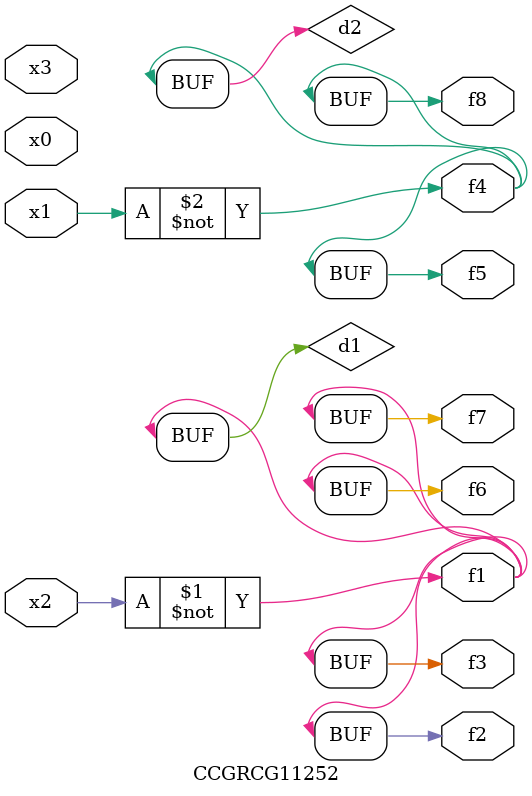
<source format=v>
module CCGRCG11252(
	input x0, x1, x2, x3,
	output f1, f2, f3, f4, f5, f6, f7, f8
);

	wire d1, d2;

	xnor (d1, x2);
	not (d2, x1);
	assign f1 = d1;
	assign f2 = d1;
	assign f3 = d1;
	assign f4 = d2;
	assign f5 = d2;
	assign f6 = d1;
	assign f7 = d1;
	assign f8 = d2;
endmodule

</source>
